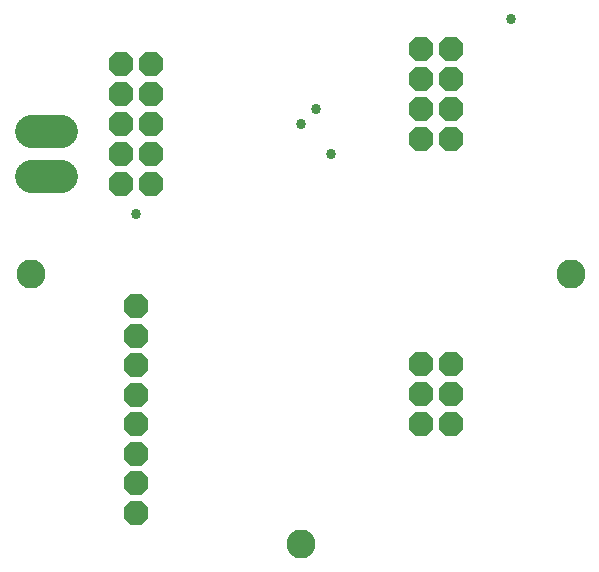
<source format=gts>
G75*
%MOIN*%
%OFA0B0*%
%FSLAX25Y25*%
%IPPOS*%
%LPD*%
%AMOC8*
5,1,8,0,0,1.08239X$1,22.5*
%
%ADD10C,0.09700*%
%ADD11OC8,0.08200*%
%ADD12C,0.10850*%
%ADD13C,0.03378*%
D10*
X0016500Y0106500D03*
X0106500Y0016500D03*
X0196500Y0106500D03*
D11*
X0051500Y0026854D03*
X0051500Y0036697D03*
X0051500Y0046539D03*
X0051500Y0056382D03*
X0051500Y0066224D03*
X0051500Y0076067D03*
X0051500Y0085909D03*
X0051500Y0095752D03*
X0046500Y0136500D03*
X0046500Y0146500D03*
X0056500Y0146500D03*
X0056500Y0136500D03*
X0056500Y0156500D03*
X0056500Y0166500D03*
X0056500Y0176500D03*
X0046500Y0176500D03*
X0046500Y0166500D03*
X0046500Y0156500D03*
X0146500Y0151500D03*
X0146500Y0161500D03*
X0146500Y0171500D03*
X0146500Y0181500D03*
X0156500Y0181500D03*
X0156500Y0171500D03*
X0156500Y0161500D03*
X0156500Y0151500D03*
X0156500Y0076500D03*
X0156500Y0066500D03*
X0156500Y0056500D03*
X0146500Y0056500D03*
X0146500Y0066500D03*
X0146500Y0076500D03*
D12*
X0026525Y0139000D02*
X0016475Y0139000D01*
X0016475Y0154000D02*
X0026525Y0154000D01*
D13*
X0051500Y0126500D03*
X0106500Y0156500D03*
X0111500Y0161500D03*
X0116500Y0146500D03*
X0176500Y0191500D03*
M02*

</source>
